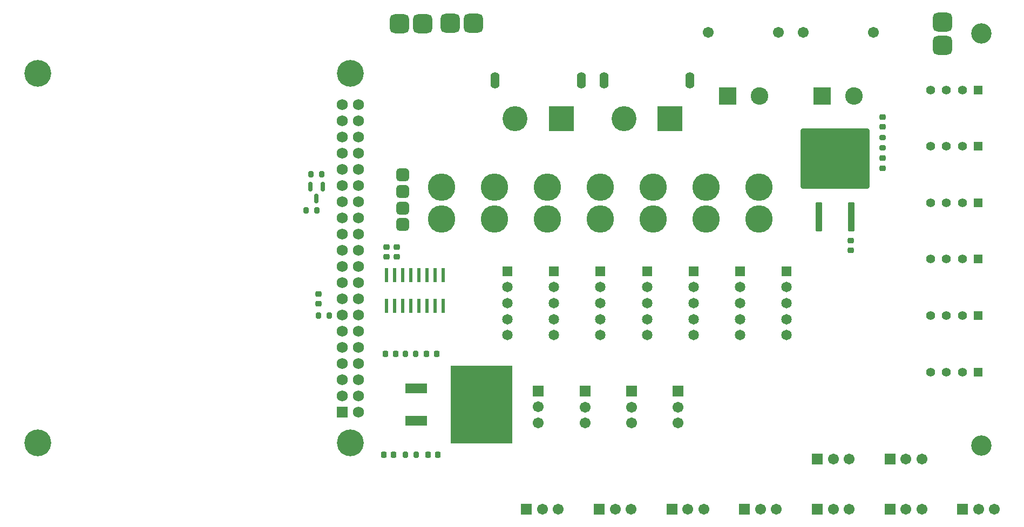
<source format=gts>
%TF.GenerationSoftware,KiCad,Pcbnew,7.0.7*%
%TF.CreationDate,2023-11-07T21:18:24-05:00*%
%TF.ProjectId,mainControllerGRR,6d61696e-436f-46e7-9472-6f6c6c657247,rev?*%
%TF.SameCoordinates,Original*%
%TF.FileFunction,Soldermask,Top*%
%TF.FilePolarity,Negative*%
%FSLAX46Y46*%
G04 Gerber Fmt 4.6, Leading zero omitted, Abs format (unit mm)*
G04 Created by KiCad (PCBNEW 7.0.7) date 2023-11-07 21:18:24*
%MOMM*%
%LPD*%
G01*
G04 APERTURE LIST*
G04 Aperture macros list*
%AMRoundRect*
0 Rectangle with rounded corners*
0 $1 Rounding radius*
0 $2 $3 $4 $5 $6 $7 $8 $9 X,Y pos of 4 corners*
0 Add a 4 corners polygon primitive as box body*
4,1,4,$2,$3,$4,$5,$6,$7,$8,$9,$2,$3,0*
0 Add four circle primitives for the rounded corners*
1,1,$1+$1,$2,$3*
1,1,$1+$1,$4,$5*
1,1,$1+$1,$6,$7*
1,1,$1+$1,$8,$9*
0 Add four rect primitives between the rounded corners*
20,1,$1+$1,$2,$3,$4,$5,0*
20,1,$1+$1,$4,$5,$6,$7,0*
20,1,$1+$1,$6,$7,$8,$9,0*
20,1,$1+$1,$8,$9,$2,$3,0*%
G04 Aperture macros list end*
%ADD10RoundRect,0.102000X-0.754000X-0.754000X0.754000X-0.754000X0.754000X0.754000X-0.754000X0.754000X0*%
%ADD11C,1.712000*%
%ADD12C,4.300000*%
%ADD13RoundRect,0.225000X0.250000X-0.225000X0.250000X0.225000X-0.250000X0.225000X-0.250000X-0.225000X0*%
%ADD14R,1.400000X1.400000*%
%ADD15C,1.400000*%
%ADD16RoundRect,0.200000X0.200000X0.275000X-0.200000X0.275000X-0.200000X-0.275000X0.200000X-0.275000X0*%
%ADD17RoundRect,0.102000X-0.754000X0.754000X-0.754000X-0.754000X0.754000X-0.754000X0.754000X0.754000X0*%
%ADD18RoundRect,0.750000X-0.750000X0.750000X-0.750000X-0.750000X0.750000X-0.750000X0.750000X0.750000X0*%
%ADD19RoundRect,0.225000X0.225000X0.250000X-0.225000X0.250000X-0.225000X-0.250000X0.225000X-0.250000X0*%
%ADD20RoundRect,0.218750X-0.218750X-0.256250X0.218750X-0.256250X0.218750X0.256250X-0.218750X0.256250X0*%
%ADD21RoundRect,0.102000X-1.858000X-1.858000X1.858000X-1.858000X1.858000X1.858000X-1.858000X1.858000X0*%
%ADD22C,3.920000*%
%ADD23O,1.404000X2.604000*%
%ADD24C,3.200000*%
%ADD25RoundRect,0.500000X-0.500000X-0.500000X0.500000X-0.500000X0.500000X0.500000X-0.500000X0.500000X0*%
%ADD26RoundRect,0.200000X-0.200000X-0.275000X0.200000X-0.275000X0.200000X0.275000X-0.200000X0.275000X0*%
%ADD27RoundRect,0.250000X0.300000X-2.050000X0.300000X2.050000X-0.300000X2.050000X-0.300000X-2.050000X0*%
%ADD28RoundRect,0.250002X5.149998X-4.449998X5.149998X4.449998X-5.149998X4.449998X-5.149998X-4.449998X0*%
%ADD29R,0.558800X2.286000*%
%ADD30RoundRect,0.150000X-0.150000X0.587500X-0.150000X-0.587500X0.150000X-0.587500X0.150000X0.587500X0*%
%ADD31C,2.754000*%
%ADD32RoundRect,0.102000X-1.275000X-1.275000X1.275000X-1.275000X1.275000X1.275000X-1.275000X1.275000X0*%
%ADD33RoundRect,0.218750X-0.256250X0.218750X-0.256250X-0.218750X0.256250X-0.218750X0.256250X0.218750X0*%
%ADD34R,1.650000X1.650000*%
%ADD35C,1.650000*%
%ADD36RoundRect,0.102000X-0.762000X0.762000X-0.762000X-0.762000X0.762000X-0.762000X0.762000X0.762000X0*%
%ADD37C,1.728000*%
%ADD38C,4.204000*%
%ADD39RoundRect,0.750000X0.750000X0.750000X-0.750000X0.750000X-0.750000X-0.750000X0.750000X-0.750000X0*%
%ADD40RoundRect,0.200000X0.275000X-0.200000X0.275000X0.200000X-0.275000X0.200000X-0.275000X-0.200000X0*%
%ADD41R,3.500000X1.600000*%
%ADD42R,9.750000X12.200000*%
G04 APERTURE END LIST*
D10*
%TO.C,J30*%
X229900000Y-118375000D03*
D11*
X232400000Y-118375000D03*
X234900000Y-118375000D03*
%TD*%
D12*
%TO.C,J11*%
X195850000Y-67860000D03*
X195850000Y-72860000D03*
%TD*%
D13*
%TO.C,C6*%
X235185000Y-77770000D03*
X235185000Y-76220000D03*
%TD*%
D14*
%TO.C,J23*%
X255150000Y-88010000D03*
D15*
X252650000Y-88010000D03*
X250150000Y-88010000D03*
X247650000Y-88010000D03*
%TD*%
D14*
%TO.C,J15*%
X255150000Y-96860000D03*
D15*
X252650000Y-96860000D03*
X250150000Y-96860000D03*
X247650000Y-96860000D03*
%TD*%
D16*
%TO.C,R7*%
X152170000Y-65815000D03*
X150520000Y-65815000D03*
%TD*%
D10*
%TO.C,J28*%
X252700000Y-118375000D03*
D11*
X255200000Y-118375000D03*
X257700000Y-118375000D03*
%TD*%
D10*
%TO.C,J34*%
X184299500Y-118375000D03*
D11*
X186799500Y-118375000D03*
X189299500Y-118375000D03*
%TD*%
D17*
%TO.C,J40*%
X200775000Y-99890000D03*
D11*
X200775000Y-102390000D03*
X200775000Y-104890000D03*
%TD*%
D16*
%TO.C,R3*%
X166960952Y-109865000D03*
X165310952Y-109865000D03*
%TD*%
D12*
%TO.C,J12*%
X187550000Y-67860000D03*
X187550000Y-72860000D03*
%TD*%
D18*
%TO.C,Je1*%
X168024998Y-42215000D03*
X164404998Y-42215000D03*
%TD*%
D19*
%TO.C,C3*%
X170409048Y-109845000D03*
X168859048Y-109845000D03*
%TD*%
D20*
%TO.C,D3*%
X161888452Y-109875000D03*
X163463452Y-109875000D03*
%TD*%
D21*
%TO.C,J2*%
X189725000Y-57075000D03*
D22*
X182525000Y-57075000D03*
D23*
X192875000Y-51075000D03*
X179375000Y-51075000D03*
%TD*%
D12*
%TO.C,J14*%
X170950000Y-67860000D03*
X170950000Y-72860000D03*
%TD*%
D24*
%TO.C,H3*%
X255665000Y-108435000D03*
%TD*%
D20*
%TO.C,D2*%
X162166072Y-94015000D03*
X163741072Y-94015000D03*
%TD*%
D12*
%TO.C,J8*%
X220750000Y-67860000D03*
X220750000Y-72860000D03*
%TD*%
D10*
%TO.C,J33*%
X195700000Y-118375000D03*
D11*
X198200000Y-118375000D03*
X200700000Y-118375000D03*
%TD*%
D25*
%TO.C,J7*%
X164875000Y-65925000D03*
X164875000Y-68545000D03*
X164875000Y-71125000D03*
X164875000Y-73745000D03*
%TD*%
D12*
%TO.C,J9*%
X212450000Y-67860000D03*
X212450000Y-72860000D03*
%TD*%
D16*
%TO.C,R2*%
X166913810Y-94015000D03*
X165263810Y-94015000D03*
%TD*%
D10*
%TO.C,J36*%
X241300000Y-110575000D03*
D11*
X243800000Y-110575000D03*
X246300000Y-110575000D03*
%TD*%
D10*
%TO.C,J32*%
X207100000Y-118375000D03*
D11*
X209600000Y-118375000D03*
X212100000Y-118375000D03*
%TD*%
D12*
%TO.C,J10*%
X204150000Y-67860000D03*
X204150000Y-72860000D03*
%TD*%
D14*
%TO.C,J27*%
X255150000Y-52610000D03*
D15*
X252650000Y-52610000D03*
X250150000Y-52610000D03*
X247650000Y-52610000D03*
%TD*%
D18*
%TO.C,J6*%
X175924998Y-42115000D03*
X172304998Y-42115000D03*
%TD*%
D13*
%TO.C,C7*%
X240151750Y-64860000D03*
X240151750Y-63310000D03*
%TD*%
D26*
%TO.C,R8*%
X149730000Y-71485000D03*
X151380000Y-71485000D03*
%TD*%
D13*
%TO.C,C8*%
X162355000Y-78770000D03*
X162355000Y-77220000D03*
%TD*%
D26*
%TO.C,R1*%
X151670394Y-88025000D03*
X153320394Y-88025000D03*
%TD*%
D27*
%TO.C,IC3*%
X230135000Y-72485000D03*
D28*
X232675000Y-63335000D03*
D27*
X235215000Y-72485000D03*
%TD*%
D14*
%TO.C,J26*%
X255150000Y-61460000D03*
D15*
X252650000Y-61460000D03*
X250150000Y-61460000D03*
X247650000Y-61460000D03*
%TD*%
D29*
%TO.C,IC4*%
X162345200Y-86450200D03*
X163615200Y-86450200D03*
X164885200Y-86450200D03*
X166155200Y-86450200D03*
X167425200Y-86450200D03*
X168695200Y-86450200D03*
X169965200Y-86450200D03*
X171235200Y-86450200D03*
X171235200Y-81624200D03*
X169965200Y-81624200D03*
X168695200Y-81624200D03*
X167425200Y-81624200D03*
X166155200Y-81624200D03*
X164885200Y-81624200D03*
X163615200Y-81624200D03*
X162345200Y-81624200D03*
%TD*%
D30*
%TO.C,Q1*%
X152315000Y-67767500D03*
X150415000Y-67767500D03*
X151365000Y-69642500D03*
%TD*%
D31*
%TO.C,J5*%
X235675000Y-53575000D03*
D32*
X230675000Y-53575000D03*
D11*
X238675000Y-43575000D03*
X227675000Y-43575000D03*
%TD*%
D33*
%TO.C,D5*%
X240131750Y-56827500D03*
X240131750Y-58402500D03*
%TD*%
D31*
%TO.C,J4*%
X220825000Y-53575000D03*
D32*
X215825000Y-53575000D03*
D11*
X223825000Y-43575000D03*
X212825000Y-43575000D03*
%TD*%
D34*
%TO.C,J17*%
X188585000Y-81062810D03*
D35*
X188585000Y-83562810D03*
X188585000Y-86062810D03*
X188585000Y-88562810D03*
X188585000Y-91062810D03*
%TD*%
D24*
%TO.C,H2*%
X255665000Y-43725000D03*
%TD*%
D36*
%TO.C,J1*%
X155370000Y-103135000D03*
D37*
X157910000Y-103135000D03*
X155370000Y-100595000D03*
X157910000Y-100595000D03*
X155370000Y-98055000D03*
X157910000Y-98055000D03*
X155370000Y-95515000D03*
X157910000Y-95515000D03*
X155370000Y-92975000D03*
X157910000Y-92975000D03*
X155370000Y-90435000D03*
X157910000Y-90435000D03*
X155370000Y-87895000D03*
X157910000Y-87895000D03*
X155370000Y-85355000D03*
X157910000Y-85355000D03*
X155370000Y-82815000D03*
X157910000Y-82815000D03*
X155370000Y-80275000D03*
X157910000Y-80275000D03*
X155370000Y-77735000D03*
X157910000Y-77735000D03*
X155370000Y-75195000D03*
X157910000Y-75195000D03*
X155370000Y-72655000D03*
X157910000Y-72655000D03*
X155370000Y-70115000D03*
X157910000Y-70115000D03*
X155370000Y-67575000D03*
X157910000Y-67575000D03*
X155370000Y-65035000D03*
X157910000Y-65035000D03*
X155370000Y-62495000D03*
X157910000Y-62495000D03*
X155370000Y-59955000D03*
X157910000Y-59955000D03*
X155370000Y-57415000D03*
X157910000Y-57415000D03*
X155370000Y-54875000D03*
X157910000Y-54875000D03*
D38*
X156640000Y-50005000D03*
X156640000Y-108005000D03*
X107640000Y-108005000D03*
X107640000Y-50005000D03*
%TD*%
D33*
%TO.C,D1*%
X151695394Y-84607500D03*
X151695394Y-86182500D03*
%TD*%
D12*
%TO.C,J13*%
X179250000Y-67860000D03*
X179250000Y-72860000D03*
%TD*%
D21*
%TO.C,J3*%
X206775000Y-57075000D03*
D22*
X199575000Y-57075000D03*
D23*
X209925000Y-51075000D03*
X196425000Y-51075000D03*
%TD*%
D39*
%TO.C,J42*%
X249575000Y-45575000D03*
X249575000Y-41955000D03*
%TD*%
D17*
%TO.C,J39*%
X193475000Y-99890000D03*
D11*
X193475000Y-102390000D03*
X193475000Y-104890000D03*
%TD*%
D14*
%TO.C,J25*%
X255150000Y-70310000D03*
D15*
X252650000Y-70310000D03*
X250150000Y-70310000D03*
X247650000Y-70310000D03*
%TD*%
D34*
%TO.C,J22*%
X225085000Y-81062810D03*
D35*
X225085000Y-83562810D03*
X225085000Y-86062810D03*
X225085000Y-88562810D03*
X225085000Y-91062810D03*
%TD*%
D10*
%TO.C,J29*%
X241300000Y-118375000D03*
D11*
X243800000Y-118375000D03*
X246300000Y-118375000D03*
%TD*%
D40*
%TO.C,R5*%
X240141750Y-61700000D03*
X240141750Y-60050000D03*
%TD*%
D14*
%TO.C,J24*%
X255150000Y-79160000D03*
D15*
X252650000Y-79160000D03*
X250150000Y-79160000D03*
X247650000Y-79160000D03*
%TD*%
D34*
%TO.C,J20*%
X210485000Y-81062810D03*
D35*
X210485000Y-83562810D03*
X210485000Y-86062810D03*
X210485000Y-88562810D03*
X210485000Y-91062810D03*
%TD*%
D10*
%TO.C,J31*%
X218500000Y-118375000D03*
D11*
X221000000Y-118375000D03*
X223500000Y-118375000D03*
%TD*%
D41*
%TO.C,IC1*%
X166950000Y-99410000D03*
D42*
X177226000Y-101950000D03*
D41*
X166950000Y-104490000D03*
%TD*%
D19*
%TO.C,C2*%
X170173810Y-94055000D03*
X168623810Y-94055000D03*
%TD*%
D34*
%TO.C,J19*%
X203185000Y-81062810D03*
D35*
X203185000Y-83562810D03*
X203185000Y-86062810D03*
X203185000Y-88562810D03*
X203185000Y-91062810D03*
%TD*%
D34*
%TO.C,J18*%
X195885000Y-81062810D03*
D35*
X195885000Y-83562810D03*
X195885000Y-86062810D03*
X195885000Y-88562810D03*
X195885000Y-91062810D03*
%TD*%
D34*
%TO.C,J16*%
X181285000Y-81062810D03*
D35*
X181285000Y-83562810D03*
X181285000Y-86062810D03*
X181285000Y-88562810D03*
X181285000Y-91062810D03*
%TD*%
D13*
%TO.C,C13*%
X163965000Y-78770000D03*
X163965000Y-77220000D03*
%TD*%
D17*
%TO.C,J41*%
X208075000Y-99890000D03*
D11*
X208075000Y-102390000D03*
X208075000Y-104890000D03*
%TD*%
D34*
%TO.C,J21*%
X217785000Y-81062810D03*
D35*
X217785000Y-83562810D03*
X217785000Y-86062810D03*
X217785000Y-88562810D03*
X217785000Y-91062810D03*
%TD*%
D17*
%TO.C,J38*%
X186135000Y-99850000D03*
D11*
X186135000Y-102350000D03*
X186135000Y-104850000D03*
%TD*%
D10*
%TO.C,J37*%
X229900000Y-110575000D03*
D11*
X232400000Y-110575000D03*
X234900000Y-110575000D03*
%TD*%
M02*

</source>
